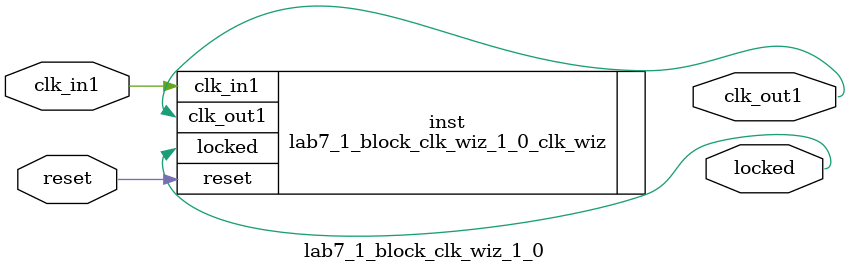
<source format=v>


`timescale 1ps/1ps

(* CORE_GENERATION_INFO = "lab7_1_block_clk_wiz_1_0,clk_wiz_v6_0_11_0_0,{component_name=lab7_1_block_clk_wiz_1_0,use_phase_alignment=true,use_min_o_jitter=false,use_max_i_jitter=false,use_dyn_phase_shift=false,use_inclk_switchover=false,use_dyn_reconfig=false,enable_axi=0,feedback_source=FDBK_AUTO,PRIMITIVE=MMCM,num_out_clk=1,clkin1_period=10.000,clkin2_period=10.000,use_power_down=false,use_reset=true,use_locked=true,use_inclk_stopped=false,feedback_type=SINGLE,CLOCK_MGR_TYPE=NA,manual_override=false}" *)

module lab7_1_block_clk_wiz_1_0 
 (
  // Clock out ports
  output        clk_out1,
  // Status and control signals
  input         reset,
  output        locked,
 // Clock in ports
  input         clk_in1
 );

  lab7_1_block_clk_wiz_1_0_clk_wiz inst
  (
  // Clock out ports  
  .clk_out1(clk_out1),
  // Status and control signals               
  .reset(reset), 
  .locked(locked),
 // Clock in ports
  .clk_in1(clk_in1)
  );

endmodule

</source>
